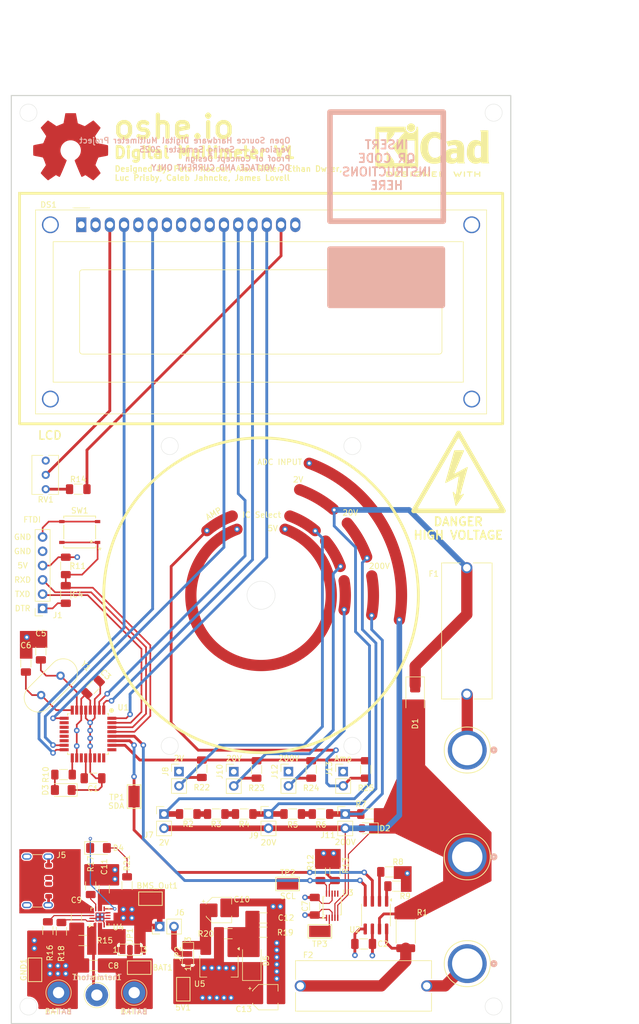
<source format=kicad_pcb>
(kicad_pcb (version 20240108) (generator "pcbnew") (generator_version "8.0")
  (title_block (title "OSHE DMM") (date "2025-02-10") (rev "V1") (company "Open Source Hardware Enterprise"))
  (layers (0 "F.Cu" signal) (1 "In1.Cu" signal) (2 "In2.Cu" signal) (31 "B.Cu" signal) (34 "B.Paste" user) (35 "F.Paste" user) (36 "B.SilkS" user "B.Silkscreen") (37 "F.SilkS" user "F.Silkscreen") (38 "B.Mask" user) (39 "F.Mask" user) (44 "Edge.Cuts" user))
  (net 0 "")
  (net 1 "Net-(JP1-C)")
  (net 2 "GND")
  (net 3 "Net-(U1-AREF)")
  (net 4 "+5V")
  (net 5 "Net-(U1-XTAL1{slash}PB6)")
  (net 6 "Net-(U1-XTAL2{slash}PB7)")
  (net 7 "DTR")
  (net 8 "Net-(U1-~{RESET}{slash}PC6)")
  (net 9 "USB_Power_IN")
  (net 10 "9V_BAT_IN")
  (net 11 "Net-(JP2-B)")
  (net 12 "Net-(D4-A)")
  (net 13 "Net-(D5-A)")
  (net 14 "Net-(D3-A)")
  (net 15 "RXD")
  (net 16 "TXD")
  (net 17 "2V_Rang")
  (net 18 "Net-(D4-K)")
  (net 19 "BMS_BAT_IN")
  (net 21 "SCK{slash}D13")
  (net 22 "/R-ILIM")
  (net 23 "/R-ISET")
  (net 24 "TS")
  (net 25 "D9")
  (net 26 "A2")
  (net 27 "A7")
  (net 28 "A1")
  (net 29 "A0")
  (net 30 "SDA")
  (net 31 "D5")
  (net 32 "MISO{slash}D12")
  (net 33 "D2")
  (net 34 "D4")
  (net 35 "SCL")
  (net 36 "D8")
  (net 37 "D10")
  (net 38 "D7")
  (net 39 "A6")
  (net 40 "MOSI{slash}D11")
  (net 41 "A3")
  (net 42 "D6")
  (net 43 "D3")
  (net 44 "Net-(U2-A0)")
  (net 45 "Net-(U2-A1)")
  (net 46 "Net-(U4-TMR)")
  (net 47 "Net-(U3-ALERT{slash}RDY)")
  (net 52 "Net-(DS1-VO)")
  (net 54 "Net-(DS1-LED(+))")
  (net 55 "Net-(U2-IN+)")
  (net 56 "Net-(J6-Pin_2)")
  (net 57 "20V_Rang")
  (net 58 "Input_Negative")
  (net 59 "Current_Input")
  (net 60 "Voltage_Input")
  (net 61 "200V_Rang")
  (net 62 "V_ADC_Input")
  (net 66 "Net-(J8-Pin_2)")
  (net 67 "Net-(J10-Pin_2)")
  (net 68 "Net-(J12-Pin_2)")
  (net 69 "Net-(J13-Pin_2)")
  (net 70 "Net-(R2-Pad2)")
  (net 71 "Net-(R3-Pad2)")
  (net 72 "Net-(R5-Pad2)")
  (footprint "TestPoint:TestPoint_Keystone_5019_Minature" (layer "F.Cu") (at 142.7984 218.3212 180)
    (property "Reference" "BAT1")
    (property "Value" "TestPoint")
  )
  (footprint "Resistor_SMD:R_1206_3216Metric_Pad1.30x1.75mm_HandSolder" (layer "F.Cu") (at 129.72995 146.8593 90)
    (property "Reference" "R11")
    (property "Value" "10k")
  )
  (footprint "Potentiometer_THT:Potentiometer_Bourns_3266Y_Vertical" (layer "F.Cu") (at 126.1614 133.2058 -90)
    (property "Reference" "RV1")
    (property "Value" "10k - Pot")
  )
  (footprint "Display:WC1602A" (layer "F.Cu") (at 132.49 86.1745)
    (property "Reference" "DS1")
    (property "Value" "WC1602A")
  )
  (footprint "Capacitor_SMD:C_1206_3216Metric_Pad1.33x1.80mm_HandSolder" (layer "F.Cu") (at 134.6704 217.9402 180)
    (property "Reference" "C8")
    (property "Value" "10uF")
  )
  (footprint "Symbol:OSHW-Symbol_13.4x12mm_Copper" (layer "F.Cu") (at 130.581 72.322)
    (property "Reference" "REF**" (hide yes))
    (property "Value" "OSHW-Symbol_13.4x12mm_Copper" (hide yes))
  )
  (footprint "Diode_SMD:D_0805_2012Metric_Pad1.15x1.40mm_HandSolder" (layer "F.Cu") (at 183.4818 193.5308 180)
    (property "Reference" "D2")
    (property "Value" "VS4V8BU1ART7R")
  )
  (footprint "Capacitor_SMD:C_1206_3216Metric_Pad1.33x1.80mm_HandSolder" (layer "F.Cu") (at 174.0404 207.3992 90)
    (property "Reference" "C7")
    (property "Value" "0.1uF")
  )
  (footprint "Resistor_SMD:R_1206_3216Metric_Pad1.30x1.75mm_HandSolder" (layer "F.Cu") (at 183.794 190.9908)
    (property "Reference" "R7")
    (property "Value" "10k")
  )
  (footprint "Capacitor_SMD:C_1206_3216Metric_Pad1.33x1.80mm_HandSolder" (layer "F.Cu") (at 134.575 184.6346 180)
    (property "Reference" "C1")
    (property "Value" "0.1uF")
  )
  (footprint "Resistor_SMD:R_1206_3216Metric_Pad1.30x1.75mm_HandSolder" (layer "F.Cu") (at 187.35 201.289 180)
    (property "Reference" "R8")
    (property "Value" "1k")
  )
  (footprint "DMM_Footprint_Library:FUSE_4628" (layer "F.Cu") (at 182.7272 221.5724 180)
    (property "Reference" "F2")
    (property "Value" "5A")
  )
  (footprint "Package_SO:TSSOP-10_3x3mm_P0.5mm" (layer "F.Cu") (at 177.1392 207.306986 90)
    (property "Reference" "U3")
    (property "Value" "ADS1115IDGS")
  )
  (footprint "Package_QFP:TQFP-32_7x7mm_P0.8mm" (layer "F.Cu") (at 133.686 176.7606 -90)
    (property "Reference" "U1")
    (property "Value" "ATmega328P-A")
  )
  (footprint "TestPoint:TestPoint_THTPad_D4.0mm_Drill2.0mm" (layer "F.Cu") (at 128.4474 222.7662 180)
    (property "Reference" "BAT-1")
    (property "Value" "Pad")
  )
  (footprint "Symbol:OSHW-Symbol_13.4x12mm_Copper" (layer "F.Cu") (at 130.581 72.322)
    (property "Reference" "REF**" (hide yes))
    (property "Value" "OSHW-Symbol_13.4x12mm_Copper" (hide yes))
  )
  (footprint "Capacitor_SMD:C_1206_3216Metric_Pad1.33x1.80mm_HandSolder" (layer "F.Cu") (at 182.7526 214.1048 180)
    (property "Reference" "C2")
    (property "Value" "0.1uF")
  )
  (footprint "Resistor_SMD:R_1206_3216Metric_Pad1.30x1.75mm_HandSolder" (layer "F.Cu") (at 161.4928 190.9908)
    (property "Reference" "R4")
    (property "Value" "100k")
  )
  (footprint "Capacitor_SMD:C_1206_3216Metric_Pad1.33x1.80mm_HandSolder" (layer "F.Cu") (at 131.6224 209.4312 -90)
    (property "Reference" "C9")
    (property "Value" "10uF")
  )
  (footprint "Capacitor_SMD:C_1206_3216Metric_Pad1.33x1.80mm_HandSolder" (layer "F.Cu") (at 164.871 209.482)
    (property "Reference" "C12")
    (property "Value" "10uF")
  )
  (footprint "Resistor_SMD:R_1206_3216Metric_Pad1.30x1.75mm_HandSolder" (layer "F.Cu") (at 164.871 212.022)
    (property "Reference" "R19")
    (property "Value" "1.2k")
  )
  (footprint "Connector_USB:USB_C_Receptacle_GCT_USB4125-xx-x-0190_6P_TopMnt_Horizontal" (layer "F.Cu") (at 123.596 202.878 -90)
    (property "Reference" "J5")
    (property "Value" "USB_C_Receptacle_PowerOnly_6P")
  )
  (footprint "TestPoint:TestPoint_THTPad_D4.0mm_Drill2.0mm" (layer "F.Cu") (at 141.9094 222.7662 180)
    (property "Reference" "BAT+1")
    (property "Value" "Pad")
  )
  (footprint "Connector_PinSocket_2.54mm:PinSocket_1x06_P2.54mm_Vertical" (layer "F.Cu") (at 125.60895 154.4148 180)
    (property "Reference" "J1")
    (property "Value" "FTDI Basic")
  )
  (footprint "Diode_SMD:D_SMA" (layer "F.Cu") (at 191.922 170.112 -90)
    (property "Reference" "D1")
    (property "Value" "SMAJ200CA")
  )
  (footprint "Symbol:KiCad-Logo2_8mm_SilkScreen" (layer "F.Cu") (at 194.97 72.068)
    (property "Reference" "REF**" (hide yes))
    (property "Value" "KiCad-Logo2_8mm_SilkScreen" (hide yes))
  )
  (footprint "Capacitor_SMD:C_1206_3216Metric_Pad1.33x1.80mm_HandSolder" (layer "F.Cu") (at 122.6308 164.1684 -90)
    (property "Reference" "C6")
    (property "Value" "22pF")
  )
  (footprint "Connector_PinHeader_2.54mm:PinHeader_1x02_P2.54mm_Vertical" (layer "F.Cu") (at 146.451 211.006 90)
    (property "Reference" "J6")
    (property "Value" "ON/OFF")
  )
  (footprint "TestPoint:TestPoint_Keystone_5019_Minature" (layer "F.Cu") (at 141.884 187.892 90)
    (property "Reference" "TP1")
    (property "Value" "SDA")
  )
  (footprint "Connector_PinHeader_2.54mm:PinHeader_1x02_P2.54mm_Vertical" (layer "F.Cu") (at 159.634 183.4674)
    (property "Reference" "J10")
    (property "Value" "Voltage Range 2")
  )
  (footprint "Package_SO:SOIC-8_3.9x4.9mm_P1.27mm" (layer "F.Cu") (at 184.937 208.974 -90)
    (property "Reference" "U2")
    (property "Value" "INA219BxD")
  )
  (footprint "Resistor_SMD:R_1206_3216Metric_Pad1.30x1.75mm_HandSolder" (layer "F.Cu") (at 153.949 182.939 -90)
    (property "Reference" "R22")
    (property "Value" "390")
  )
  (footprint "Connector_PinHeader_2.54mm:PinHeader_1x02_P2.54mm_Vertical" (layer "F.Cu") (at 179.1056 183.447)
    (property "Reference" "J13")
    (property "Value" "Current Indication")
  )
  (footprint "DMM_Footprint_Library:FUSE_4628" (layer "F.Cu") (at 201.1168 158.428 90)
    (property "Reference" "F1")
    (property "Value" "500mA")
  )
  (footprint "Resistor_SMD:R_1206_3216Metric_Pad1.30x1.75mm_HandSolder" (layer "F.Cu") (at 126.5424 211.7172 -90)
    (property "Reference" "R16")
    (property "Value" "0")
  )
  (footprint "Capacitor_SMD:C_1206_3216Metric_Pad1.33x1.80mm_HandSolder" (layer "F.Cu") (at 134.5942 168.461 45)
    (property "Reference" "C3")
    (property "Value" "0.1uF")
  )
  (footprint "Resistor_SMD:R_1206_3216Metric_Pad1.30x1.75mm_HandSolder" (layer "F.Cu") (at 163.6878 183.066 -90)
    (property "Reference" "R23")
    (property "Value" "1k")
  )
  (footprint "TestPoint:TestPoint_Keystone_5019_Minature" (layer "F.Cu") (at 174.9548 211.8696 180)
    (property "Reference" "TP3")
    (property "Value" "ALERT")
  )
  (footprint "DMM_Footprint_Library:CONN_575-8_KEY" (layer "F.Cu") (at 201.193 198.61)
    (property "Reference" "J3")
    (property "Value" "GND")
  )
  (footprint "Resistor_SMD:R_1206_3216Metric_Pad1.30x1.75mm_HandSolder" (layer "F.Cu") (at 183.1188 183.066 -90)
    (property "Reference" "R25")
    (property "Value" "3.3k")
  )
  (footprint "TestPoint:TestPoint_Keystone_5019_Minature" (layer "F.Cu") (at 169.2144 203.4368 180)
    (property "Reference" "TP2")
    (property "Value" "SDA")
  )
  (footprint "Capacitor_SMD:CP_Elec_4x4.5" (layer "F.Cu") (at 165.252 223.579)
    (property "Reference" "C13")
    (property "Value" "1uF")
  )
  (footprint "Resistor_SMD:R_1206_3216Metric_Pad1.30x1.75mm_HandSolder" (layer "F.Cu") (at 188.62 203.829 180)
    (property "Reference" "R9")
    (property "Value" "1k")
  )
  (footprint "Resistor_SMD:R_1206_3216Metric_Pad1.30x1.75mm_HandSolder" (layer "F.Cu") (at 156.5144 190.9908)
    (property "Reference" "R3")
    (property "Value" "330k")
  )
  (footprint "Resistor_SMD:R_1206_3216Metric_Pad1.30x1.75mm_HandSolder" (layer "F.Cu") (at 132.7654 213.4952 180)
    (property "Reference" "R15")
    (property "Value" "10k")
  )
  (footprint "Resistor_SMD:R_1206_3216Metric_Pad1.30x1.75mm_HandSolder" (layer "F.Cu") (at 131.9526 133.2058)
    (property "Reference" "R14")
    (property "Value" "390")
  )
  (footprint "Crystal:Crystal_HC49-U_Vertical" (layer "F.Cu") (at 125.343389 169.837812 45)
    (property "Reference" "Y1")
    (property "Value" "16MHz")
  )
  (footprint "LED_SMD:LED_1206_3216Metric_Pad1.42x1.75mm_HandSolder" (layer "F.Cu") (at 135.5594 197.036)
    (property "Reference" "D4")
    (property "Value" "CHG")
  )
  (footprint "Resistor_SMD:R_1206_3216Metric_Pad1.30x1.75mm_HandSolder" (layer "F.Cu") (at 175.158 190.9908)
    (property "Reference" "R6")
    (property "Value" "43k")
  )
  (footprint "Resistor_SMD:R_1206_3216Metric_Pad1.30x1.75mm_HandSolder" (layer "F.Cu") (at 177.6472 201.2778 -90)
    (property "Reference" "R13")
    (property "Value" "10k")
  )
  (footprint "Resistor_SMD:R_1206_3216Metric_Pad1.30x1.75mm_HandSolder" (layer "F.Cu") (at 140.6394 203.7162 90)
    (property "Reference" "R21")
    (property "Value" "1.5k")
  )
  (footprint "Connector_PinHeader_2.54mm:PinHeader_1x02_P2.54mm_Vertical" (layer "F.Cu") (at 147.218 190.9908)
    (property "Reference" "J7")
    (property "Value" "Voltage Range 1")
  )
  (footprint "Connector_PinHeader_2.54mm:PinHeader_1x02_P2.54mm_Vertical" (layer "F.Cu") (at 179.476 190.9908)
    (property "Reference" "J11")
    (property "Value" "Voltage Range 3")
  )
  (footprint "Jumper:SolderJumper-3_P1.3mm_Open_Pad1.0x1.5mm_NumberLabels" (layer "F.Cu") (at 151.4852 215.8828 90)
    (property "Reference" "JP2")
    (property "Value" "SolderJumper")
  )
  (footprint "Capacitor_SMD:C_1206_3216Metric_Pad1.33x1.80mm_HandSolder" (layer "F.Cu") (at 129.72995 151.9393 -90)
    (property "Reference" "C4")
    (property "Value" "0.1uF")
  )
  (footprint "Package_TO_SOT_SMD:SOT-223-3_TabPin2" (layer "F.Cu") (at 156.997 218.0926 -90)
    (property "Reference" "U5")
    (property "Value" "LM317_SOT-223")
  )
  (footprint "Resistor_SMD:R_1206_3216Metric_Pad1.30x1.75mm_HandSolder" (layer "F.Cu") (at 173.416 183.066 -90)
    (property "Reference" "R24")
    (property "Value" "1.78k")
  )
  (footprint "Resistor_SMD:R_2512_6332Metric_Pad1.40x3.35mm_HandSolder" (layer "F.Cu") (at 190.2456 211.8188 90)
    (property "Reference" "R1")
    (property "Value" "0.05")
  )
  (footprint "TestPoint:TestPoint_Keystone_5019_Minature" (layer "F.Cu") (at 144.805 206.053 180)
    (property "Reference" "BMS_Out1")
    (property "Value" "TestPoint")
  )
  (footprint "Connector_PinHeader_2.54mm:PinHeader_1x02_P2.54mm_Vertical" (layer "F.Cu") (at 169.365 183.447)
    (property "Reference" "J12")
    (property "Value" "Voltage Range 3")
  )
  (footprint "DMM_Footprint_Library:CONN_575-8_KEY" (layer "F.Cu") (at 201.193 179.61)
    (property "Reference" "J2")
    (property "Value" "Voltage")
  )
  (footprint "Resistor_SMD:R_1206_3216Metric_Pad1.30x1.75mm_HandSolder" (layer "F.Cu") (at 151.536 190.9908)
    (property "Reference" "R2")
    (property "Value" "470k")
  )
  (footprint "TestPoint:TestPoint_Keystone_5019_Minature" (layer "F.Cu") (at 124.2564 218.7022 -90)
    (property "Reference" "GND1")
    (property "Value" "TestPoint")
  )
  (footprint "Capacitor_SMD:C_1206_3216Metric_Pad1.33x1.80mm_HandSolder" (layer "F.Cu") (at 136.5754 204.3512 90)
    (property "Reference" "C11")
    (property "Value" "10uF")
  )
  (footprint "DMM_Footprint_Library:CONN_575-8_KEY" (layer "F.Cu") (at 201.193 217.61)
    (property "Reference" "J4")
    (property "Value" "Current")
  )
  (footprint "Capacitor_SMD:CP_Elec_4x4.5" (layer "F.Cu") (at 156.997 208.085)
    (property "Reference" "C10")
    (property "Value" "1uF")
  )
  (footprint "Resistor_SMD:R_1206_3216Metric_Pad1.30x1.75mm_HandSolder" (layer "F.Cu") (at 170.1288 190.9908)
    (property "Reference" "R5")
    (property "Value" "47k")
  )
  (footprint "TestPoint:TestPoint_Keystone_5019_Minature" (layer "F.Cu") (at 150.647 222.1566 90)
    (property "Reference" "5V1")
    (property "Value" "TestPoint")
  )
  (footprint "Connector_PinHeader_2.54mm:PinHeader_1x02_P2.54mm_Vertical" (layer "F.Cu") (at 165.8108 190.9858)
    (property "Reference" "J9")
    (property "Value" "Voltage Range 2")
  )
  (footprint "Diode_SMD:D_SMA" (layer "F.Cu") (at 162.839 217.102 90)
    (property "Reference" "D5")
    (property "Value" "S1B")
  )
  (footprint "LED_SMD:LED_1206_3216Metric_Pad1.42x1.75mm_HandSolder" (layer "F.Cu") (at 129.2856 186.7236 180)
    (property "Reference" "D3")
    (property "Value" "Green")
  )
  (footprint "Jumper:SolderJumper-3_P1.3mm_Open_Pad1.0x1.5mm_NumberLabels" (layer "F.Cu") (at 141.1474 215.1462)
    (property "Reference" "JP1")
    (property "Value" "SolderJumper")
  )
  (footprint "Resistor_SMD:R_1206_3216Metric_Pad1.30x1.75mm_HandSolder" (layer "F.Cu") (at 129.3364 183.9804)
    (property "Reference" "R10")
    (property "Value" "390")
  )
  (footprint "Capacitor_SMD:C_1206_3216Metric_Pad1.33x1.80mm_HandSolder" (layer "F.Cu") (at 125.2978 162.0094 90)
    (property "Reference" "C5")
    (property "Value" "22pF")
  )
  (footprint "Resistor_SMD:R_1206_3216Metric_Pad1.30x1.75mm_HandSolder" (layer "F.Cu") (at 128.9554 211.8442 -90)
    (property "Reference" "R18")
    (property "Value" "1.78k")
  )
  (footprint "Symbol:Symbol_HighVoltage_Triangle_17x15mm_Copper" (layer "F.Cu") (at 199.6436 130.1324)
    (property "Reference" "REF**" (hide yes))
    (property "Value" "Symbol_HighVoltage_Triangle_17x15mm_Copper" (hide yes))
  )
  (footprint "Resistor_SMD:R_1206_3216Metric_Pad1.30x1.75mm_HandSolder" (layer "F.Cu") (at 175.0564 201.2778 -90)
    (property "Reference" "R12")
    (property "Value" "10k")
  )
  (footprint "Resistor_SMD:R_1206_3216Metric_Pad1.30x1.75mm_HandSolder" (layer "F.Cu") (at 134.1624 203.767 90)
    (property "Reference" "R17")
    (property "Value" "1.5k")
  )
  (footprint "Resistor_SMD:R_1206_3216Metric_Pad1.30x1.75mm_HandSolder" (layer "F.Cu") (at 158.648 212.276)
    (property "Reference" "R20")
    (property "Value" "390")
  )
  (footprint "Connector_PinHeader_2.54mm:PinHeader_1x02_P2.54mm_Vertical" (layer "F.Cu") (at 149.885 183.442)
    (property "Reference" "J8")
    (property "Value" "Voltage Range 1")
  )
  (footprint "TestPoint:TestPoint_THTPad_D4.0mm_Drill2.0mm" (layer "F.Cu") (at 135.2594 223.198)
    (property "Reference" "Thermistor1")
    (property "Value" "Pad")
  )
  (footprint "Package_DFN_QFN:VQFN-16-1EP_3x3mm_P0.5mm_EP1.6x1.6mm" (layer "F.Cu") (at 135.8154 209.3062 90)
    (property "Reference" "U4")
    (property "Value" "BQ24075RGT")
  )
  (footprint "DMM_Footprint_Library:SMT_FS" (layer "F.Cu") (at 132.21295 140.8258 180)
    (property "Reference" "SW1")
    (property "Value" "PTS526 SK15 SMTR2 LFS")
  )
  (gr_arc (start 175.981284 142.436923) (mid 177.481941 144.580705) (end 178.587194 146.952663) (stroke (width 2)) (layer "F.Cu") (net 67))
  (gr_arc (start 169.612907 137.979922) (mid 171.982952 139.083553) (end 174.125374 140.581933) (stroke (width 2)) (layer "F.Cu") (net 66))
  (gr_arc (start 154.847449 140.587953) (mid 156.991124 139.086971) (end 159.363042 137.981395) (stroke (width 2)) (layer "F.Cu") (net 69))
  (gr_arc (start 171.355591 133.293334) (mid 174.515111 134.772014) (end 177.36964 136.777187) (stroke (width 2)) (layer "F.Cu") (net 17))
  (gr_arc (start 184.19146 148.63527) (mid 184.489977 152.107139) (end 184.181345 155.578124) (stroke (width 2)) (layer "F.Cu") (net 61))
  (gr_arc (start 179.834186 139.250063) (mid 181.825381 142.103805) (end 183.291804 145.259484) (stroke (width 2)) (layer "F.Cu") (net 57))
  (gr_arc (start 168.757757 140.329115) (mid 164.495996 164.577999) (end 160.21097 140.333216) (stroke (width 2)) (layer "F.Cu") (net 4))
  (gr_arc (start 179.264323 149.48584) (mid 179.489994 152.088001) (end 179.260853 154.689859) (stroke (width 2)) (layer "F.Cu") (net 68))
  (gr_arc (start 173.063852 128.594197) (mid 186.151091 139.59613) (end 189.107234 156.435951) (stroke (width 2)) (layer "F.Cu") (net 62))
  (gr_rect (start 176.7582 90.5084) (end 196.7582 100.5084) (stroke (width 1)) (fill solid) (layer "B.SilkS"))
  (gr_rect (start 176.7582 66.1244) (end 196.9258 85.53) (stroke (width 1)) (fill none) (layer "B.SilkS"))
  (gr_rect (start 121.5005 80.577) (end 207.5005 121.577) (stroke (width 0.5)) (fill none) (layer "F.SilkS"))
  (gr_circle (center 164.49 152.078) (end 192.49 152.078) (stroke (width 0.5)) (fill none) (layer "F.SilkS"))
  (gr_circle (center 205.892 66.226) (end 207.416 66.226) (stroke (width 0.05)) (fill none) (layer "Edge.Cuts"))
  (gr_circle (center 123.088 225.23) (end 124.612 225.23) (stroke (width 0.05)) (fill none) (layer "Edge.Cuts"))
  (gr_circle (center 148.234 125.535) (end 149.758 125.535) (stroke (width 0.05)) (fill none) (layer "Edge.Cuts"))
  (gr_rect (start 120.04 63.178) (end 208.94 228.278) (stroke (width 0.2)) (fill none) (layer "Edge.Cuts"))
  (gr_circle (center 180.746 125.535) (end 182.27 125.535) (stroke (width 0.05)) (fill none) (layer "Edge.Cuts"))
  (gr_circle (center 205.892 225.23) (end 207.416 225.23) (stroke (width 0.05)) (fill none) (layer "Edge.Cuts"))
  (gr_circle (center 123.088 66.226) (end 124.612 66.226) (stroke (width 0.05)) (fill none) (layer "Edge.Cuts"))
  (gr_circle (center 180.746 178.875) (end 182.27 178.875) (stroke (width 0.05)) (fill none) (layer "Edge.Cuts"))
  (gr_circle (center 164.49 152.078) (end 166.99 152.078) (stroke (width 0.05)) (fill none) (layer "Edge.Cuts"))
  (gr_circle (center 148.234 178.875) (end 149.758 178.875) (stroke (width 0.05)) (fill none) (layer "Edge.Cuts"))
  (gr_text "Open Source Hardware Digital Multimeter Project\nVersion 1 - Spring Semester 2025\nProof of Concept Design\nDC VOLTAGE AND CURRENT ONLY" (at 169.824 73.592 0) (layer "B.SilkS") (effects (font (size 1 1) (thickness 0.2) (bold yes)) (justify left mirror)))
  (gr_text "BAT-1" (at 128.422 226.119 0) (layer "B.SilkS") (effects (font (size 1 1)) (justify mirror)))
  (gr_text "Thermistor1" (at 135.28 220.023 0) (layer "B.SilkS") (effects (font (size 1 1)) (justify mirror)))
  (gr_text "INSERT\nQR CODE\nINSTRUCTIONS\nHERE" (at 186.842 71.052 0) (layer "B.SilkS") (effects (font (size 1.5 1.5) (thickness 0.3) (bold yes)) (justify top mirror)))
  (gr_text "BAT+1" (at 141.884 226.119 0) (layer "B.SilkS") (effects (font (size 1 1)) (justify mirror)))
  (gr_text "AMP" (at 154.965 138.87 30) (layer "F.SilkS") (effects (font (size 1 1)) (justify left bottom)))
  (gr_text "20V" (at 159.664 181.669 0) (layer "F.SilkS") (effects (font (size 1 1)) (justify bottom)))
  (gr_text "IC Select" (at 161.07 138.358 0) (layer "F.SilkS") (effects (font (size 1 1)) (justify left bottom)))
  (gr_text "200V" (at 179.476 196.5788 0) (layer "F.SilkS") (effects (font (size 1 1)) (justify bottom)))
  (gr_text "20V" (at 165.8108 196.655 0) (layer "F.SilkS") (effects (font (size 1 1)) (justify bottom)))
  (gr_text "TXD" (at 122.05295 151.8748 0) (layer "F.SilkS") (effects (font (size 1 1))))
  (gr_text "2V" (at 149.885 181.669 0) (layer "F.SilkS") (effects (font (size 1 1)) (justify bottom)))
  (gr_text "5V" (at 122.05295 146.7948 0) (layer "F.SilkS") (effects (font (size 1 1))))
  (gr_text "200V" (at 183.59 147.478 0) (layer "F.SilkS") (effects (font (size 1 1)) (justify left bottom)))
  (gr_text "LCD" (at 126.898 123.63 0) (layer "F.SilkS") (effects (font (size 1.5 1.5) (thickness 0.25) (bold yes))))
  (gr_text "RXD" (at 122.05295 149.3348 0) (layer "F.SilkS") (effects (font (size 1 1))))
  (gr_text "DTR" (at 122.05295 154.4148 0) (layer "F.SilkS") (effects (font (size 1 1))))
  (gr_text "oshe.io" (at 137.82 68.766 0) (layer "F.SilkS") (effects (font (size 4 4) (thickness 0.75) (bold yes)) (justify left)))
  (gr_text "Digital Multimeter V1" (at 138.074 73.338 0) (layer "F.SilkS") (effects (font (size 2 2) (thickness 0.5) (bold yes)) (justify left)))
  (gr_text "Amp" (at 179.095 181.669 0) (layer "F.SilkS") (effects (font (size 1 1)) (justify bottom)))
  (gr_text "GND" (at 122.05295 144.2548 0) (layer "F.SilkS") (effects (font (size 1 1))))
  (gr_text "5V" (at 165.56 140.768 0) (layer "F.SilkS") (effects (font (size 1 1)) (justify left bottom)))
  (gr_text "200V" (at 169.443 181.669 0) (layer "F.SilkS") (effects (font (size 1 1)) (justify bottom)))
  (gr_text "Designed By: Peter Kocour, Alex Ritter, Ethan Dwyer, \nLuc Prisby, Caleb Jahncke, James Lovell" (at 138.328 77.021 0) (layer "F.SilkS") (effects (font (size 1 1) (thickness 0.2) (bold yes)) (justify left)))
  (gr_text "GND" (at 122.05295 141.7148 0) (layer "F.SilkS") (effects (font (size 1 1))))
  (gr_text "SDA" (at 138.709 189.543 0) (layer "F.SilkS") (effects (font (size 1 1))))
  (gr_text "2V" (at 147.218 196.655 0) (layer "F.SilkS") (effects (font (size 1 1)) (justify bottom)))
  (gr_text "DANGER\nHIGH VOLTAGE" (at 199.5928 140.1908 0) (layer "F.SilkS") (effects (font (size 1.5 1.5) (thickness 0.3) (bold yes))))
  (gr_text "ADC INPUT" (at 171.8814 128.964 0) (layer "F.SilkS") (effects (font (size 1 1)) (justify right bottom)))
  (gr_text "2V" (at 170.09 132.078 0) (layer "F.SilkS") (effects (font (size 1 1)) (justify left bottom)))
  (gr_text "20V" (at 178.89 137.978 0) (layer "F.SilkS") (effects (font (size 1 1)) (justify left bottom)))
  (gr_text "SCL" (at 169.2652 205.5958 0) (layer "F.SilkS") (effects (font (size 1 1))))
  (gr_text "FTDI" (at 123.74045 138.6303 0) (layer "F.SilkS") (effects (font (size 1 1))))
  (segment (start 136.1375 186.1201) (end 136.1375 184.6346) (width 0.3) (layer "F.Cu") (net 2))
  (segment (start 137.2029 208.6062) (end 136.5154 208.6062) (width 0.2) (layer "F.Cu") (net 2))
  (segment (start 176.1392 209.456986) (end 174.637286 209.456986) (width 0.2) (layer "F.Cu") (net 2))
  (segment (start 134.086 181.0106) (end 134.086 178.9386) (width 0.3) (layer "F.Cu") (net 2))
  (segment (start 135.5654 209.5562) (end 135.8154 209.3062) (width 0.2) (layer "F.Cu") (net 2))
  (segment (start 126.676 198.638) (end 126.596 198.558) (width 0.5) (layer "F.Cu") (net 2))
  (segment (start 134.886 172.5106) (end 134.886 173.9096) (width 0.3) (layer "F.Cu") (net 2))
  (segment (start 174.0404 208.9617) (end 172.3255 208.9617) (width 0.5) (layer "F.Cu") (net 2))
  (segment (start 137.2529 209.5562) (end 136.0654 209.5562) (width 0.2) (layer "F.Cu") (net 2))
  (segment (start 133.286 172.5106) (end 133.286 173.9476) (width 0.3) (layer "F.Cu") (net 2))
  (segment (start 136.4655 209.9563) (end 136.1984 209.6892) (width 0.2) (layer "F.Cu") (net 2))
  (segment (start 173.4939 208.5168) (end 174.0404 209.0633) (width 0.2) (layer "F.Cu") (net 2))
  (segment (start 184.3151 214.1048) (end 184.3151 216.1603) (width 0.5) (layer "F.Cu") (net 2))
  (segment (start 184.3151 215.7173) (end 184.302 215.7304) (width 0.5) (layer "F.Cu") (net 2))
  (segment (start 135.699054 167.356146) (end 135.699054 167.356054) (width 0.2) (layer "F.Cu") (net 2))
  (segment (start 174.637286 209.456986) (end 174.0404 208.8601) (width 0.2) (layer "F.Cu") (net 2))
  (segment (start 174.3067 208.9617) (end 174.0404 208.9617) (width 0.2) (layer "F.Cu") (net 2))
  (segment (start 135.8642 169.5786) (end 135.8642 167.699092) (width 0.3) (layer "F.Cu") (net 2))
  (segment (start 184.302 211.449) (end 184.302 214.0917) (width 0.5) (layer "F.Cu") (net 2))
  (segment (start 126.70115 138.9716) (end 125.60895 140.0638) (width 0.3) (layer "F.Cu") (net 2))
  (segment (start 136.0654 209.5562) (end 135.8154 209.3062) (width 0.2) (layer "F.Cu") (net 2))
  (segment (start 176.6312 207.958) (end 175.3104 207.958) (width 0.2) (layer "F.Cu") (net 2))
  (segment (start 134.3779 209.5562) (end 135.5654 209.5562) (width 0.2) (layer "F.Cu") (net 2))
  (segment (start 136.5654 210.7437) (end 136.5654 210.306201) (width 0.2) (layer "F.Cu") (net 2))
  (segment (start 135.534 186.7236) (end 136.1375 186.1201) (width 0.3) (layer "F.Cu") (net 2))
  (segment (start 136.1984 209.6892) (end 136.1984 209.6852) (width 0.2) (layer "F.Cu") (net 2))
  (segment (start 134.086 183.6376) (end 134.086 181.0106) (width 0.3) (layer "F.Cu") (net 2))
  (segment (start 135.8642 167.699092) (end 135.546654 167.381546) (width 0.3) (layer "F.Cu") (net 2))
  (segment (start 133.286 173.9476) (end 134.067 174.7286) (width 0.3) (layer "F.Cu") (net 2))
  (segment (start 135.3943 138.9716) (end 129.0316 138.9716) (width 0.3) (layer "F.Cu") (net 2))
  (segment (start 126.676 207.118) (end 126.596 207.198) (width 0.5) (layer "F.Cu") (net 2))
  (segment (start 134.067 174.7286) (end 134.067 178.9196) (width 0.3) (layer "F.Cu") (net 2))
  (segment (start 125.98995 143.8738) (end 125.60895 144.2548) (width 0.3) (layer "F.Cu") (net 2))
  (segment (start 134.067 178.9196) (end 134.086 178.9386) (width 0.3) (layer "F.Cu") (net 2))
  (segment (start 177.1392 209.456986) (end 177.1392 208.466) (width 0.2) (layer "F.Cu") (net 2))
  (segment (start 130.7731 186.7236) (end 135.534 186.7236) (width 0.3) (layer "F.Cu") (net 2))
  (segment (start 135.4364 209.6852) (end 135.5654 209.5562) (width 0.2) (layer "F.Cu") (net 2))
  (segment (start 136.4655 210.206301) (end 136.4655 209.9563) (width 0.2) (layer "F.Cu") (net 2))
  (segment (start 135.083 184.6346) (end 134.086 183.6376) (width 0.3) (layer "F.Cu") (net 2))
  (segment (start 134.886 172.5106) (end 134.886 170.5568) (width 0.3) (layer "F.Cu") (net 2))
  (segment (start 129.0316 138.9716) (end 126.70115 138.9716) (width 0.3) (layer "F.Cu") (net 2))
  (segment (start 174.3067 208.8601) (end 174.0404 208.8601) (width 0.2) (layer "F.Cu") (net 2))
  (segment (start 136.1944 209.6852) (end 135.8154 209.3062) (width 0.2) (layer "F.Cu") (net 2))
  (segment (start 134.886 170.5568) (end 135.8642 169.5786) (width 0.3) (layer "F.Cu") (net 2))
  (segment (start 134.886 173.9096) (end 134.067 174.7286) (width 0.3) (layer "F.Cu") (net 2))
  (segment (start 184.302 213.6749) (end 184.3151 213.6618) (width 0.5) (layer "F.Cu") (net 2))
  (segment (start 126.676 200.128) (end 126.676 198.638) (width 0.5) (layer "F.Cu") (net 2))
  (segment (start 126.676 205.628) (end 126.676 207.118) (width 0.5) (layer "F.Cu") (net 2))
  (segment (start 136.5185 184.6346) (end 135.083 184.6346) (width 0.3) (layer "F.Cu") (net 2))
  (segment (start 136.1984 209.6852) (end 136.1944 209.6852) (width 0.2) (layer "F.Cu") (net 2))
  (segment (start 172.3255 208.8601) (end 172.3132 208.8724) (width 0.2) (layer "F.Cu") (net 2))
  (segment (start 136.1984 208.9232) (end 135.8154 209.3062) (width 0.2) (layer "F.Cu") (net 2))
  (segment (start 175.3104 207.958) (end 174.3067 208.9617) (width 0.2) (layer "F.Cu") (net 2))
  (segment (start 136.5654 210.306201) (end 136.4655 210.206301) (width 0.2) (layer "F.Cu") (net 2))
  (segment (start 177.1392 208.466) (end 176.6312 207.958) (width 0.2) (layer "F.Cu") (net 2))
  (segment (start 125.60895 140.0638) (end 125.60895 141.7148) (width 0.3) (layer "F.Cu") (net 2))
  (segment (start 137.2529 208.5562) (end 137.2029 208.6062) (width 0.2) (layer "F.Cu") (net 2))
  (segment (start 136.5154 208.6062) (end 136.1984 208.9232) (width 0.2) (layer "F.Cu") (net 2))
  (via (at 126.9234 217.991) (size 1) (drill 0.5) (layers "F.Cu" "B.Cu") (net 2))
  (via (at 128.3204 217.991) (size 1) (drill 0.5) (layers "F.Cu" "B.Cu") (net 2))
  (via (at 166.649 207.45) (size 1) (drill 0.5) (layers "F.Cu" "B.Cu") (net 2))
  (via (at 136.1984 209.6852) (size 0.6) (drill 0.3) (layers "F.Cu" "B.Cu") (net 2))
  (via (at 134.067 178.9196) (size 1) (drill 0.5) (layers "F.Cu" "B.Cu") (net 2))
  (via (at 167.284 216.467) (size 1) (drill 0.5) (layers "F.Cu" "B.Cu") (net 2))
  (via (at 184.302 216.1734) (size 1) (drill 0.5) (layers "F.Cu" "B.Cu") (net 2))
  (via (at 136.1984 208.9232) (size 0.6) (drill 0.3) (layers "F.Cu" "B.Cu") (net 2))
  (via (at 129.7174 217.991) (size 1) (drill 0.5) (layers "F.Cu" "B.Cu") (net 2))
  (via (at 124.1294 214.8922) (size 1) (drill 0.5) (layers "F.Cu" "B.Cu") (net 2))
  (via (at 167.284 213.927) (size 1) (drill 0.5) (layers "F.Cu" "B.Cu") (net 2))
  (via (at 172.3132 208.974) (size 1) (drill 0.5) (layers "F.Cu" "B.Cu") (net 2))
  (via (at 126.9234 219.388) (size 1) (drill 0.5) (layers "F.Cu" "B.Cu") (net 2))
  (via (at 129.7174 219.388) (size 1) (drill 0.5) (layers "F.Cu" "B.Cu") (net 2))
  (via (at 167.284 220.277) (size 1) (drill 0.5) (layers "F.Cu" "B.Cu") (net 2))
  (via (at 190.525 201.543) (size 1) (drill 0.5) (layers "F.Cu" "B.Cu") (net 2))
  (via (at 167.284 215.197) (size 1) (drill 0.5) (layers "F.Cu" "B.Cu") (net 2))
  (via (at 122.7832 159.5456) (size 1) (drill 0.5) (layers "F.Cu" "B.Cu") (net 2))
  (via (at 167.284 217.737) (size 1) (drill 0.5) (layers "F.Cu" "B.Cu") (net 2))
  (via (at 138.4804 202.5732) (size 1) (drill 0.5) (layers "F.Cu" "B.Cu") (net 2))
  (via (at 138.4804 200.9222) (size 1) (drill 0.5) (layers "F.Cu" "B.Cu") (net 2))
  (via (at 124.1294 213.4952) (size 1) (drill 0.5) (layers "F.Cu" "B.Cu") (net 2))
  (via (at 134.067 176.1256) (size 1) (drill 0.5) (layers "F.Cu" "B.Cu") (net 2))
  (via (at 134.067 177.5226) (size 1) (drill 0.5) (layers "F.Cu" "B.Cu") (net 2))
  (via (at 167.284 219.007) (size 1) (drill 0.5) (layers "F.Cu" "B.Cu") (net 2))
  (via (at 128.3204 219.388) (size 1) (drill 0.5) (layers "F.Cu" "B.Cu") (net 2))
  (via (at 135.4364 208.9232) (size 0.6) (drill 0.3) (layers "F.Cu" "B.Cu") (net 2))
  (via (at 135.4364 209.6852) (size 0.6) (drill 0.3) (layers "F.Cu" "B.Cu") (net 2))
  (via (at 167.919 207.45) (size 1) (drill 0.5) (layers "F.Cu" "B.Cu") (net 2))
  (via (at 134.067 174.7286) (size 1) (drill 0.5) (layers "F.Cu" "B.Cu") (net 2))
  (segment (start 133.286 181.0106) (end 133.286 184.5271) (width 0.3) (layer "F.Cu") (net 3))
  (segment (start 133.286 184.5271) (end 133.3935 184.6346) (width 0.2) (layer "F.Cu") (net 3))
  (segment (start 133.1337 169.8453) (end 134.086 170.7976) (width 0.3) (layer "F.Cu") (net 4))
  (segment (start 174.2559 205.8367) (end 174.0404 205.8367) (width 0.2) (layer "F.Cu") (net 4))
  (segment (start 177.1392 205.156986) (end 177.1392 206.3832) (width 0.2) (layer "F.Cu") (net 4))
  (segment (start 129.72995 145.3093) (end 128.4216 145.3093) (width 0.3) (layer "F.Cu") (net 4))
  (segment (start 132.486 172.5106) (end 132.486 170.493) (width 0.3) (layer "F.Cu") (net 4))
  (segment (start 183.032 211.449) (end 182.0668 211.449) (width 0.5) (layer "F.Cu") (net 4))
  (segment (start 181.1901 215.6665) (end 181.2032 215.6796) (width 0.5) (layer "F.Cu") (net 4))
  (segment (start 174.0404 205.7351) (end 174.0404 205.9383) (width 0.2) (layer "F.Cu") (net 4))
  (segment (start 132.486 174.303) (end 132.486 172.5106) (width 0.3) (layer "F.Cu") (net 4))
  (segment (start 131.686 175.103) (end 132.486 174.303) (width 0.3) (layer "F.Cu") (net 4))
  (segment (start 126.9361 146.7948) (end 125.60895 146.7948) (width 0.3) (layer "F.Cu") (net 4))
  (segment (start 131.686 181.0106) (end 131.686 175.103) (width 0.3) (layer "F.Cu") (net 4))
  (segment (start 175.3104 206.8912) (end 174.2559 205.8367) (width 0.2) (layer "F.Cu") (net 4))
  (segment (start 181.1901 212.3257) (end 181.1901 214.1048) (width 0.5) (layer "F.Cu") (net 4))
  (segment (start 126.1614 133.2058) (end 130.4026 133.2058) (width 0.5) (layer "F.Cu") (net 4))
  (segment (start 176.6312 206.8912) (end 175.3104 206.8912) (width 0.2) (layer "F.Cu") (net 4))
  (segment (start 132.486 170.493) (end 133.1337 169.8453) (width 0.3) (layer "F.Cu") (net 4))
  (segment (start 131.7617 145.3093) (end 129.72995 145.3093) (width 0.3) (layer "F.Cu") (net 4))
  (segment (start 174.0404 205.8367) (end 172.3255 205.8367) (width 0.5) (layer "F.Cu") (net 4))
  (segment (start 131.7748 145.2962) (end 131.7617 145.3093) (width 0.3) (layer "F.Cu") (net 4))
  (segment (start 177.1392 206.3832) (end 176.6312 206.8912) (width 0.2) (layer "F.Cu") (net 4))
  (segment (start 128.4216 145.3093) (end 126.9361 146.7948) (width 0.3) (layer "F.Cu") (net 4))
  (segment (start 181.1901 214.1048) (end 181.1901 216.1095) (width 0.5) (layer "F.Cu") (net 4))
  (segment (start 134.086 170.7976) (end 134.086 172.5106) (width 0.3) (layer "F.Cu") (net 4))
  (segment (start 182.0668 211.449) (end 181.1901 212.3257) (width 0.5) (layer "F.Cu") (net 4))
  (segment (start 172.3255 205.7351) (end 172.3132 205.7228) (width 0.5) (layer "F.Cu") (net 4))
  (via (at 158.267 218.3974) (size 1) (drill 0.5) (layers "F.Cu" "B.Cu") (net 4))
  (via (at 154.076 223.6806) (size 1) (drill 0.5) (layers "F.Cu" "B.Cu") (net 4))
  (via (at 172.3132 205.8244) (size 1) (drill 0.5) (layers "F.Cu" "B.Cu") (net 4))
  (via (at 177.3932 197.9758) (size 1) (drill 0.5) (layers "F.Cu" "B.Cu") (net 4))
  (via (at 168.757757 140.329115) (size 1) (drill 0.5) (layers "F.Cu" "B.Cu") (net 4))
  (via (at 131.7748 145.2962) (size 1) (drill 0.5) (layers "F.Cu" "B.Cu") (net 4))
  (via (at 156.616 223.6806) (size 1) (drill 0.5) (layers "F.Cu" "B.Cu") (net 4))
  (via (at 159.537 218.3974) (size 1) (drill 0.5) (layers "F.Cu" "B.Cu") (net 4))
  (via (at 160.21097 140.333216) (size 1) (drill 0.5) (layers "F.Cu" "B.Cu") (net 4))
  (via (at 155.346 223.6806) (size 1) (drill 0.5) (layers "F.Cu" "B.Cu") (net 4))
  (via (at 159.156 223.6806) (size 1) (drill 0.5) (layers "F.Cu" "B.Cu") (net 4))
  (via (at 131.686 178.9004) (size 1) (drill 0.5) (layers "F.Cu" "B.Cu") (net 4))
  (via (at 155.727 218.372) (size 1) (drill 0.5) (layers "F.Cu" "B.Cu") (net 4))
  (via (at 131.686 176.1318) (size 1) (drill 0.5) (layers "F.Cu" "B.Cu") (net 4))
  (via (at 154.33 218.372) (size 1) (drill 0.5) (layers "F.Cu" "B.Cu") (net 4))
  (via (at 175.6152 197.9758) (size 1) (drill 0.5) (layers "F.Cu" "B.Cu") (net 4))
  (via (at 157.886 223.6806) (size 1) (drill 0.5) (layers "F.Cu" "B.Cu") (net 4))
  (via (at 181.2032 216.1226) (size 1) (drill 0.5) (layers "F.Cu" "B.Cu") (net 4))
  (via (at 156.997 218.372) (size 1) (drill 0.5) (layers "F.Cu" "B.Cu") (net 4))
  (segment (start 131.686 169.279061) (end 128.79407 166.387131) (width 0.3) (layer "F.Cu") (net 5))
  (segment (start 128.79407 166.387131) (end 126.246531 166.387131) (width 0.3) (layer "F.Cu") (net 5))
  (segment (start 126.246531 166.387131) (end 125.2978 165.4384) (width 0.3) (layer "F.Cu") (net 5))
  (segment (start 125.2978 165.4384) (end 125.2978 163.5719) (width 0.3) (layer "F.Cu") (net 5))
  (segment (start 131.686 172.5106) (end 131.686 169.279061) (width 0.3) (layer "F.Cu") (net 5))
  (segment (start 122.6308 168.7404) (end 122.6308 165.7309) (width 0.3) (layer "F.Cu") (net 6))
  (segment (start 128.016177 172.5106) (end 125.343389 169.837812) (width 0.3) (layer "F.Cu") (net 6))
  (segment (start 130.886 172.5106) (end 128.016177 172.5106) (width 0.3) (layer "F.Cu") (net 6))
  (segment (start 125.343389 169.837812) (end 123.728212 169.837812) (width 0.3) (layer "F.Cu") (net 6))
  (segment (start 123.728212 169.837812) (end 122.6308 168.7404) (width 0.3) (layer "F.Cu") (net 6))
  (segment (start 128.29445 153.5018) (end 127.38145 154.4148) (width 0.3) (layer "F.Cu") (net 7))
  (segment (start 129.72995 153.5018) (end 128.29445 153.5018) (width 0.3) (layer "F.Cu") (net 7))
  (segment (start 127.38145 154.4148) (end 125.60895 154.4148) (width 0.3) (layer "F.Cu") (net 7))
  (segment (start 129.0316 142.68) (end 135.3943 142.68) (width 0.3) (layer "F.Cu") (net 8))
  (segment (start 129.72995 148.4093) (end 132.63045 148.4093) (width 0.3) (layer "F.Cu") (net 8))
  (segment (start 130.08495 150.7318) (end 134.5434 150.7318) (width 0.3) (layer "F.Cu") (net 8))
  (segment (start 132.63045 148.4093) (end 135.3943 145.64545) (width 0.3) (layer "F.Cu") (net 8))
  (segment (start 134.5434 150.7318) (end 144.7796 160.968) (width 0.3) (layer "F.Cu") (net 8))
  (segment (start 135.3943 145.64545) (end 135.3943 142.68) (width 0.3) (layer "F.Cu") (net 8))
  (segment (start 129.72995 148.4093) (end 129.72995 150.3768) (width 0.3) (layer "F.Cu") (net 8))
  (segment (start 141.96 176.3606) (end 137.936 176.3606) (width 0.3) (layer "F.Cu") (net 8))
  (segment (start 129.72995 150.3768) (end 130.08495 150.7318) (width 0.3) (layer "F.Cu") (net 8))
  (segment (start 144.7796 160.968) (end 144.7796 173.541) (width 0.3) (layer "F.Cu") (net 8))
  (segment (start 144.7796 173.541) (end 141.96 176.3606) (width 0.3) (layer "F.Cu") (net 8))
  (via (at 139.979 209.482) (size 1) (drill 0.5) (layers "F.Cu" "B.Cu") (net 10))
  (via (at 141.503 209.482) (size 1) (drill 0.5) (layers "F.Cu" "B.Cu") (net 10))
  (via (at 139.979 207.958) (size 1) (drill 0.5) (layers "F.Cu" "B.Cu") (net 10))
  (via (at 141.503 207.958) (size 1) (drill 0.5) (layers "F.Cu" "B.Cu") (net 10))
  (segment (start 154.672 214.9176) (end 154.697 214.9426) (width 0.2) (layer "F.Cu") (net 11))
  (segment (start 154.647 214.9426) (end 154.672 214.9176) (width 1) (layer "F.Cu") (net 11))
  (segment (start 137.0469 197.036) (end 138.7344 197.036) (width 0.2) (layer "F.Cu") (net 12))
  (segment (start 140.6394 198.941) (end 140.6394 202.1662) (width 0.2) (layer "F.Cu") (net 12))
  (segment (start 138.7344 197.036) (end 140.6394 198.941) (width 0.2) (layer "F.Cu") (net 12))
  (segment (start 127.7864 186.1531) (end 127.7981 186.1648) (width 0.2) (layer "F.Cu") (net 14))
  (segment (start 127.7864 183.9804) (end 127.7864 186.7119) (width 0.3) (layer "F.Cu") (net 14))
  (segment (start 127.7864 186.7119) (end 127.7981 186.7236) (width 0.2) (layer "F.Cu") (net 14))
  (segment (start 141.617 175.5606) (end 137.936 175.5606) (width 0.3) (layer "F.Cu") (net 15))
  (segment (start 144.0176 173.16) (end 141.617 175.5606) (width 0.3) (layer "F.Cu") (net 15))
  (segment (start 134.2448 151.5508) (end 144.0176 161.3236) (width 0.3) (layer "F.Cu") (net 15))
  (segment (start 127.82495 151.5508) (end 134.2448 151.5508) (width 0.3) (layer "F.Cu") (net 15))
  (segment (start 144.0176 161.3236) (end 144.0176 173.16) (width 0.3) (layer "F.Cu") (net 15))
  (segment (start 125.60895 149.3348) (end 127.82495 151.5508) (width 0.3) (layer "F.Cu") (net 15))
  (segment (start 125.78495 152.0508) (end 133.6272 152.0508) (width 0.3) (layer "F.Cu") (net 16))
  (segment (start 141.274 174.7606) (end 137.936 174.7606) (width 0.3) (layer "F.Cu") (net 16))
  (segment (start 125.60895 151.8748) (end 125.78495 152.0508) (width 0.3) (layer "F.Cu") (net 16))
  (segment (start 143.2048 172.8298) (end 141.274 174.7606) (width 0.3) (layer "F.Cu") (net 16))
  (segment (start 133.6272 152.0508) (end 143.2048 161.6284) (width 0.3) (layer "F.Cu") (net 16))
  (segment (start 143.2048 161.6284) (end 143.2048 172.8298) (width 0.3) (layer "F.Cu") (net 16))
  (segment (start 191.922 164.6764) (end 191.922 168.112) (width 2) (layer "F.Cu") (net 17))
  (segment (start 201.1168 147.178) (end 201.1168 155.4816) (width 2) (layer "F.Cu") (net 17))
  (segment (start 147.218 190.9908) (end 149.986 190.9908) (width 1) (layer "F.Cu") (net 17))
  (segment (start 201.1168 155.4816) (end 191.922 164.6764) (width 2) (layer "F.Cu") (net 17))
  (via (at 177.51 136.898) (size 1) (drill 0.5) (layers "F.Cu" "B.Cu") (net 17))
  (segment (start 183.794 185.606) (end 183.794 161.0442) (width 0.5) (layer "B.Cu") (net 17))
  (segment (start 181.127 188.273) (end 183.794 185.606) (width 0.5) (layer "B.Cu") (net 17))
  (segment (start 181.3048 158.555) (end 181.3048 143.5436) (width 0.5) (layer "B.Cu") (net 17))
  (segment (start 201.1168 147.178) (end 190.8368 136.898) (width 1) (layer "B.Cu") (net 17))
  (segment (start 181.3048 143.5436) (end 177.51 139.7488) (width 0.5) (layer "B.Cu") (net 17))
  (segment (start 149.9358 188.273) (end 181.127 188.273) (width 0.5) (layer "B.Cu") (net 17))
  (segment (start 183.794 161.0442) (end 181.3048 158.555) (width 0.5) (layer "B.Cu") (net 17))
  (segment (start 190.8368 136.898) (end 177.51 136.898) (width 1) (layer "B.Cu") (net 17))
  (segment (start 177.51 139.7488) (end 177.51 136.898) (width 0.5) (layer "B.Cu") (net 17))
  (segment (start 147.218 190.9908) (end 149.9358 188.273) (width 0.5) (layer "B.Cu") (net 17))
  (segment (start 136.5654 207.8687) (end 138.4459 207.8687) (width 0.2) (layer "F.Cu") (net 18))
  (segment (start 134.0719 195.3993) (end 134.0719 197.036) (width 0.2) (layer "F.Cu") (net 18))
  (segment (start 134.1116 195.3596) (end 134.0719 195.3993) (width 0.2) (layer "F.Cu") (net 18))
  (via (at 138.4459 207.8687) (size 0.6) (drill 0.3) (layers "F.Cu" "B.Cu") (net 18))
  (via (at 134.1116 195.3596) (size 0.6) (drill 0.3) (layers "F.Cu" "B.Cu") (net 18))
  (segment (start 134.1116 195.3596) (end 134.1116 203.5344) (width 0.2) (layer "B.Cu") (net 18))
  (segment (start 134.1116 203.5344) (end 138.4459 207.8687) (width 0.2) (layer "B.Cu") (net 18))
  (segment (start 130.886 183.98) (end 130.8864 183.9804) (width 0.3) (layer "F.Cu") (net 21))
  (segment (start 130.886 181.0106) (end 130.886 183.98) (width 0.3) (layer "F.Cu") (net 21))
  (segment (start 130.8864 183.9804) (end 130.8864 183.574) (width 0.3) (layer "F.Cu") (net 21))
  (segment (start 135.0654 207.8687) (end 135.0654 207.0322) (width 0.2) (layer "F.Cu") (net 22))
  (segment (start 134.1624 206.1292) (end 134.1624 205.2662) (width 0.2) (layer "F.Cu") (net 22))
  (segment (start 135.0654 207.0322) (end 134.1624 206.1292) (width 0.2) (layer "F.Cu") (net 22))
  (segment (start 134.3779 210.0562) (end 133.5224 210.0562) (width 0.2) (layer "F.Cu") (net 23))
  (segment (start 133.5224 210.0562) (end 133.2784 209.8122) (width 0.2) (layer "F.Cu") (net 23))
  (segment (start 133.2784 209.8122) (end 129.3104 209.8122) (width 0.2) (layer "F.Cu") (net 23))
  (segment (start 134.6704 215.6542) (end 134.6704 222.609) (width 0.5) (layer "F.Cu") (net 24))
  (segment (start 134.6704 222.609) (end 135.2594 223.198) (width 0.5) (layer "F.Cu") (net 24))
  (segment (start 175.9454 201.3794) (end 177.3938 202.8278) (width 0.5) (layer "F.Cu") (net 30))
  (segment (start 141.884 187.892) (end 141.884 193.8356) (width 0.5) (layer "F.Cu") (net 30))
  (segment (start 141.0966 177.9606) (end 137.936 177.9606) (width 0.5) (layer "F.Cu") (net 30))
  (segment (start 149.4278 201.3794) (end 173.1768 201.3794) (width 0.5) (layer "F.Cu") (net 30))
  (segment (start 173.1768 201.3794) (end 175.9454 201.3794) (width 0.5) (layer "F.Cu") (net 30))
  (segment (start 176.6392 205.156986) (end 176.6392 203.5812) (width 0.2) (layer "F.Cu") (net 30))
  (segment (start 184.302 202.8272) (end 184.302 206.499) (width 0.5) (layer "F.Cu") (net 30))
  (segment (start 177.3938 202.8278) (end 177.6472 202.8278) (width 0.5) (layer "F.Cu") (net 30))
  (segment (start 176.6392 203.5812) (end 177.3926 202.8278) (width 0.2) (layer "F.Cu") (net 30))
  (segment (start 141.884 178.748) (end 141.0966 177.9606) (width 0.5) (layer "F.Cu") (net 30))
  (segment (start 141.884 184.336) (end 141.884 187.892) (width 0.5) (layer "F.Cu") (net 30))
  (segment (start 141.884 193.8356) (end 149.4278 201.3794) (width 0.5) (layer "F.Cu") (net 30))
  (segment (start 182.8542 201.3794) (end 184.302 202.8272) (width 0.5) (layer "F.Cu") (net 30))
  (via (at 173.1768 201.3794) (size 1) (drill 0.5) (layers "F.Cu" "B.Cu") (net 30))
  (via (at 141.884 184.336) (size 1) (drill 0.5) (layers "F.Cu" "B.Cu") (net 30))
  (via (at 182.8542 201.3794) (size 1) (drill 0.5) (layers "F.Cu" "B.Cu") (net 30))
  (via (at 141.884 178.748) (size 1) (drill 0.5) (layers "F.Cu" "B.Cu") (net 30))
  (segment (start 141.884 178.748) (end 141.884 184.336) (width 0.5) (layer "B.Cu") (net 30))
  (segment (start 182.8542 201.3794) (end 173.1768 201.3794) (width 0.5) (layer "B.Cu") (net 30))
  (segment (start 127.463 173.9606) (end 129.436 173.9606) (width 0.3) (layer "F.Cu") (net 31))
  (via (at 127.463 173.9606) (size 1) (drill 0.5) (layers "F.Cu" "B.Cu") (net 31))
  (segment (start 157.886 143.5376) (end 127.463 173.9606) (width 0.5) (layer "B.Cu") (net 31))
  (segment (start 157.89 86.1745) (end 157.886 86.1785) (width 0.2) (layer "B.Cu") (net 31))
  (segment (start 157.886 86.1785) (end 157.886 143.5376) (width 0.5) (layer "B.Cu") (net 31))
  (segment (start 127.463 180.1251) (end 128.0275 179.5606) (width 0.3) (layer "F.Cu") (net 32))
  (segment (start 128.0275 179.5606) (end 129.436 179.5606) (width 0.3) (layer "F.Cu") (net 32))
  (via (at 127.463 180.1251) (size 1) (drill 0.5) (layers "F.Cu" "B.Cu") (net 32))
  (segment (start 140.11 157.8652) (end 124.9676 173.0076) (width 0.5) (layer "B.Cu") (net 32))
  (segment (start 124.9676 173.0076) (end 124.9676 177.6297) (width 0.5) (layer "B.Cu") (net 32))
  (segment (start 124.9676 177.6297) (end 127.463 180.1251) (width 0.5) (layer "B.Cu") (net 32))
  (segment (start 140.11 86.1745) (end 140.11 157.8652) (width 0.5) (layer "B.Cu") (net 32))
  (segment (start 140.4855 173.9606) (end 137.936 173.9606) (width 0.3) (layer "F.Cu") (net 33))
  (segment (start 141.179 173.2671) (end 140.4855 173.9606) (width 0.3) (layer "F.Cu") (net 33))
  (via (at 141.179 173.2671) (size 1) (drill 0.5) (layers "F.Cu" "B.Cu") (net 33))
  (segment (start 165.51 86.1745) (end 165.506 86.1785) (width 0.5) (layer "B.Cu") (net 33))
  (segment (start 165.506 145.3216) (end 141.1728 169.6548) (width 0.5) (layer "B.Cu") (net 33))
  (segment (start 141.1728 169.6548) (end 141.1728 170.2136) (width 0.5) (layer "B.Cu") (net 33))
  (segment (start 165.506 86.1785) (end 165.506 145.3216) (width 0.5) (layer "B.Cu") (net 33))
  (segment (start 141.1728 170.2136) (end 141.179 170.2198) (width 0.2) (layer "B.Cu") (net 33))
  (segment (start 141.179 170.2198) (end 141.179 173.2671) (width 0.5) (layer "B.Cu") (net 33))
  (segment (start 137.1088 169.604) (end 135.686 171.0268) (width 0.3) (layer "F.Cu") (net 34))
  (segment (start 135.686 171.0268) (end 135.686 172.5106) (width 0.3) (layer "F.Cu") (net 34))
  (via (at 137.1088 169.604) (size 1) (drill 0.5) (layers "F.Cu" "B.Cu") (net 34))
  (segment (start 161.6452 135.2124) (end 160.43 133.9972) (width 0.5) (layer "B.Cu") (net 34))
  (segment (start 160.43 133.9972) (end 160.43 86.1745) (width 0.5) (layer "B.Cu") (net 34))
  (segment (start 137.1088 169.604) (end 161.6452 145.0676) (width 0.5) (layer "B.Cu") (net 34))
  (segment (start 161.6452 145.0676) (end 161.6452 135.2124) (width 0.5) (layer "B.Cu") (net 34))
  (segment (start 175.2602 202.8278) (end 176.1392 203.7068) (width 0.2) (layer "F.Cu") (net 35))
  (segment (start 173.2022 202.8272) (end 175.1066 202.8272) (width 0.5) (layer "F.Cu") (net 35))
  (segment (start 173.2022 202.8272) (end 169.824 202.8272) (width 0.5) (layer "F.Cu") (net 35))
  (segment (start 183.032 203.7416) (end 183.032 206.499) (width 0.5) (layer "F.Cu") (net 35))
  (segment (start 175.1072 202.8278) (end 175.2602 202.8278) (width 0.2) (layer "F.Cu") (net 35))
  (segment (start 175.1066 202.8272) (end 175.1072 202.8278) (width 0.5) (layer "F.Cu") (net 35))
  (segment (start 176.1392 203.7068) (end 176.1392 205.156986) (width 0.2) (layer "F.Cu") (net 35))
  (segment (start 169.824 202.8272) (end 169.2144 203.4368) (width 0.5) (layer "F.Cu") (net 35))
  (segment (start 137.936 177.1606) (end 141.9476 177.1606) (width 0.5) (layer "F.Cu") (net 35))
  (segment (start 182.0922 202.8018) (end 183.032 203.7416) (width 0.5) (layer "F.Cu") (net 35))
  (segment (start 141.9476 177.1606) (end 143.535 178.748) (width 0.5) (layer "F.Cu") (net 35))
  (via (at 182.0922 202.8018) (size 1) (drill 0.5) (layers "F.Cu" "B.Cu") (net 35))
  (via (at 143.535 178.748) (size 1) (drill 0.5) (layers "F.Cu" "B.Cu") (net 35))
  (via (at 173.2022 202.8272) (size 1) (drill 0.5) (layers "F.Cu" "B.Cu") (net 35))
  (segment (start 150.901 202.8272) (end 143.535 195.4612) (width 0.5) (layer "B.Cu") (net 35))
  (segment (start 182.0922 202.8018) (end 182.0668 202.8272) (width 0.5) (layer "B.Cu") (net 35))
  (segment (start 143.535 195.4612) (end 143.535 178.748) (width 0.5) (layer "B.Cu") (net 35))
  (segment (start 182.0668 202.8272) (end 150.901 202.8272) (width 0.5) (layer "B.Cu") (net 35))
  (segment (start 127.463 178.7281) (end 127.4955 178.7606) (width 0.3) (layer "F.Cu") (net 40))
  (segment (start 127.4955 178.7606) (end 129.436 178.7606) (width 0.3) (layer "F.Cu") (net 40))
  (via (at 127.463 178.7281) (size 1) (drill 0.5) (layers "F.Cu" "B.Cu") (net 40))
  (segment (start 126.0852 177.3503) (end 126.0852 173.6172) (width 0.5) (layer "B.Cu") (net 40))
  (segment (start 127.463 178.7281) (end 126.0852 177.3503) (width 0.5) (layer "B.Cu") (net 40))
  (segment (start 145.19 154.5124) (end 145.19 86.1745) (width 0.5) (layer "B.Cu") (net 40))
  (segment (start 126.0852 173.6172) (end 145.19 154.5124) (width 0.5) (layer "B.Cu") (net 40))
  (segment (start 163.6624 181.389) (end 154.112 181.389) (width 0.5) (layer "F.Cu") (net 41))
  (segment (start 142.8784 181.368) (end 140.271 178.7606) (width 0.5) (layer "F.Cu") (net 41))
  (segment (start 154.112 181.389) (end 142.8994 181.389) (width 0.5) (layer "F.Cu") (net 41))
  (segment (start 163.6624 181.389) (end 182.9918 181.389) (width 0.5) (layer "F.Cu") (net 41))
  (segment (start 142.8994 181.389) (end 142.8784 181.368) (width 0.5) (layer "F.Cu") (net 41))
  (segment (start 182.9918 181.389) (end 183.1188 181.516) (width 0.5) (layer "F.Cu") (net 41))
  (segment (start 140.271 178.7606) (end 137.936 178.7606) (width 0.5) (layer "F.Cu") (net 41))
  (segment (start 136.486 172.5106) (end 136.486 171.319) (width 0.3) (layer "F.Cu") (net 43))
  (segment (start 136.9509 170.8541) (end 137.877 170.8541) (width 0.3) (layer "F.Cu") (net 43))
  (segment (start 136.486 171.319) (end 136.9509 170.8541) (width 0.3) (layer "F.Cu") (net 43))
  (via (at 137.877 170.8541) (size 1) (drill 0.5) (layers "F.Cu" "B.Cu") (net 43))
  (segment (start 162.97 145.7611) (end 162.97 86.1745) (width 0.5) (layer "B.Cu") (net 43))
  (segment (start 137.877 170.8541) (end 162.97 145.7611) (width 0.5) (layer "B.Cu") (net 43))
  (segment (start 185.572 201.517) (end 185.572 206.499) (width 0.5) (layer "F.Cu") (net 44))
  (segment (start 187.07 203.386) (end 187.07 203.64) (width 0.2) (layer "F.Cu") (net 45))
  (segment (start 186.842 206.499) (end 186.842 204.057) (width 0.5) (layer "F.Cu") (net 45))
  (segment (start 134.3779 209.0562) (end 127.6534 209.0562) (width 0.2) (layer "F.Cu") (net 46))
  (segment (start 127.6534 209.0562) (end 126.5424 210.1672) (width 0.2) (layer "F.Cu") (net 46))
  (segment (start 176.6392 209.456986) (end 176.6392 211.8696) (width 0.2) (layer "F.Cu") (net 47))
  (segment (start 176.6392 211.8696) (end 174.9548 211.8696) (width 0.2) (layer "F.Cu") (net 47))
  (segment (start 137.57 119.2572) (end 137.57 86.1745) (width 0.5) (layer "F.Cu") (net 52))
  (segment (start 126.1614 130.6658) (end 137.57 119.2572) (width 0.5) (layer "F.Cu") (net 52))
  (segment (start 168.05 91.6982) (end 168.05 86.1745) (width 0.5) (layer "F.Cu") (net 54))
  (segment (start 133.5026 126.2456) (end 168.05 91.6982) (width 0.5) (layer "F.Cu") (net 54))
  (segment (start 133.5026 133.2058) (end 133.5026 126.2456) (width 0.5) (layer "F.Cu") (net 54))
  (segment (start 186.842 213.9524) (end 187.7584 214.8688) (width 0.5) (layer "F.Cu") (net 55))
  (segment (start 190.2456 217.2036) (end 190.2456 214.8688) (width 2) (layer "F.Cu") (net 55))
  (segment (start 185.8768 221.5724) (end 190.2456 217.2036) (width 2) (layer "F.Cu") (net 55))
  (segment (start 171.4772 221.5724) (end 185.8768 221.5724) (width 2) (layer "F.Cu") (net 55))
  (segment (start 187.7584 214.8688) (end 190.2456 214.8688) (width 0.5) (layer "F.Cu") (net 55))
  (segment (start 186.842 211.449) (end 186.842 213.9524) (width 0.5) (layer "F.Cu") (net 55))
  (segment (start 150.0628 215.8828) (end 148.991 214.811) (width 1) (layer "F.Cu") (net 56))
  (segment (start 148.991 214.811) (end 148.991 211.006) (width 1) (layer "F.Cu") (net 56))
  (segment (start 151.4852 215.8828) (end 150.0628 215.8828) (width 1) (layer "F.Cu") (net 56))
  (segment (start 168.5738 190.9858) (end 168.5788 190.9908) (width 0.5) (layer "F.Cu") (net 57))
  (segment (start 165.8108 190.9858) (end 168.5738 190.9858) (width 1) (layer "F.Cu") (net 57))
  (segment (start 165.8108 190.9858) (end 163.0478 190.9858) (width 1) (layer "F.Cu") (net 57))
  (segment (start 163.0478 190.9858) (end 163.0428 190.9908) (width 0.5) (layer "F.Cu") (net 57))
  (via (at 183.35 145.458) (size 1) (drill 0.5) (layers "F.Cu" "B.Cu") (net 57))
  (segment (start 184.937 186.495) (end 184.937 160.587) (width 0.5) (layer "B.Cu") (net 57))
  (segment (start 182.524 146.284) (end 183.35 145.458) (width 0.5) (layer "B.Cu") (net 57))
  (segment (start 167.6346 189.162) (end 182.27 189.162) (width 0.5) (layer "B.Cu") (net 57))
  (segment (start 165.8108 190.9858) (end 167.6346 189.162) (width 0.5) (layer "B.Cu") (net 57))
  (segment (start 184.937 160.587) (end 182.524 158.174) (width 0.5) (layer "B.Cu") (net 57))
  (segment (start 182.524 158.174) (end 182.524 146.284) (width 0.5) (layer "B.Cu") (net 57))
  (segment (start 182.27 189.162) (end 184.937 186.495) (width 0.5) (layer "B.Cu") (net 57))
  (segment (start 184.5068 193.5308) (end 184.5068 193.6816) (width 0.2) (layer "F.Cu") (net 58))
  (segment (start 180.0348 198.1536) (end 180.0348 205.3164) (width 0.2) (layer "F.Cu") (net 58))
  (segment (start 178.1392 207.212) (end 178.1392 209.456986) (width 0.2) (layer "F.Cu") (net 58))
  (segment (start 180.0348 205.3164) (end 178.1392 207.212) (width 0.2) (layer "F.Cu") (net 58))
  (segment (start 190.2456 208.7688) (end 186.336 208.7688) (width 0.5) (layer "F.Cu") (net 58))
  (segment (start 184.5068 193.6816) (end 180.0348 198.1536) (width 0.2) (layer "F.Cu") (net 58))
  (segment (start 186.336 208.7688) (end 185.572 209.5328) (width 0.5) (layer "F.Cu") (net 58))
  (segment (start 185.572 209.5328) (end 185.572 211.449) (width 0.5) (layer "F.Cu") (net 58))
  (segment (start 201.193 217.61) (end 197.2306 221.5724) (width 2) (layer "F.Cu") (net 59))
  (segment (start 197.2306 221.5724) (end 193.9772 221.5724) (width 2) (layer "F.Cu") (net 59))
  (segment (start 201.193 169.7542) (end 201.1168 169.678) (width 0.2) (layer "F.Cu") (net 60))
  (segment (start 201.193 179.61) (end 201.193 169.7542) (width 2) (layer "F.Cu") (net 60))
  (segment (start 179.476 190.9908) (end 176.708 190.9908) (width 1) (layer "F.Cu") (net 61))
  (segment (start 179.476 190.9908) (end 182.244 190.9908) (width 1) (layer "F.Cu") (net 61))
  (via (at 184.18 155.678) (size 1) (drill 0.5) (layers "F.Cu" "B.Cu") (net 61))
  (segment (start 186.08 187.384) (end 182.4732 190.9908) (width 0.5) (layer "B.Cu") (net 61))
  (segment (start 186.08 160.079) (end 186.08 187.384) (width 0.5) (layer "B.Cu") (net 61))
  (segment (start 182.4732 190.9908) (end 179.476 190.9908) (width 0.5) (layer "B.Cu") (net 61))
  (segment (start 184.18 155.678) (end 184.18 158.179) (width 0.5) (layer "B.Cu") (net 61))
  (segment (start 184.18 158.179) (end 186.08 160.079) (width 0.5) (layer "B.Cu") (net 61))
  (segment (start 177.6392 206.931986) (end 179.476 205.095186) (width 0.2) (layer "F.Cu") (net 62))
  (segment (start 177.6392 209.456986) (end 177.6392 206.931986) (width 0.2) (layer "F.Cu") (net 62))
  (segment (start 179.476 193.5308) (end 147.218 193.5308) (width 1) (layer "F.Cu") (net 62))
  (segment (start 179.476 205.095186) (end 179.476 193.5308) (width 0.2) (layer "F.Cu") (net 62))
  (segment (start 179.476 193.5308) (end 182.4568 193.5308) (width 1) (layer "F.Cu") (net 62))
  (via (at 173.063852 128.594197) (size 1) (drill 0.5) (layers "F.Cu" "B.Cu") (net 62))
  (via (at 189.107234 156.435951) (size 1) (drill 0.5) (layers "F.Cu" "B.Cu") (net 62))
  (segment (start 186.7912 193.5308) (end 189.107234 191.214766) (width 1) (layer "B.Cu") (net 62))
  (segment (start 179.476 193.5308) (end 186.7912 193.5308) (width 1) (layer "B.Cu") (net 62))
  (segment (start 189.107234 191.214766) (end 189.107234 156.435951) (width 1) (layer "B.Cu") (net 62))
  (segment (start 151.378 184.489) (end 149.885 185.982) (width 0.5) (layer "F.Cu") (net 66))
  (segment (start 153.949 184.489) (end 151.378 184.489) (width 0.5) (layer "F.Cu") (net 66))
  (via (at 174.14 140.628) (size 1) (drill 0.5) (layers "F.Cu" "B.Cu") (net 66))
  (segment (start 149.885 185.982) (end 149.89 185.982) (width 0.5) (layer "B.Cu") (net 66))
  (segment (start 172.11 178.748) (end 175.412 175.446) (width 0.5) (layer "B.Cu") (net 66))
  (segment (start 157.124 178.748) (end 172.11 178.748) (width 0.5) (layer "B.Cu") (net 66))
  (segment (start 175.412 175.446) (end 175.412 141.9) (width 0.5) (layer "B.Cu") (net 66))
  (segment (start 175.412 141.9) (end 174.14 140.628) (width 0.5) (layer "B.Cu") (net 66))
  (segment (start 149.89 185.982) (end 157.124 178.748) (width 0.5) (layer "B.Cu") (net 66))
  (segment (start 159.634 186.0074) (end 161.0254 184.616) (width 0.5) (layer "F.Cu") (net 67))
  (segment (start 161.0254 184.616) (end 163.6878 184.616) (width 0.5) (layer "F.Cu") (net 67))
  (via (at 178.63 146.948) (size 1) (drill 0.5) (layers "F.Cu" "B.Cu") (net 67))
  (segment (start 165.3536 180.272) (end 173.126 180.272) (width 0.5) (layer "B.Cu") (net 67))
  (segment (start 177.3424 176.0556) (end 177.3424 148.2356) (width 0.5) (layer "B.Cu") (net 67))
  (segment (start 159.634 185.9916) (end 165.3536 180.272) (width 0.5) (layer "B.Cu") (net 67))
  (segment (start 173.126 180.272) (end 177.3424 176.0556) (width 0.5) (layer "B.Cu") (net 67))
  (segment (start 177.3424 148.2356) (end 178.63 146.948) (width 0.5) (layer "B.Cu") (net 67))
  (segment (start 159.634 186.0074) (end 159.634 185.9916) (width 0.5) (layer "B.Cu") (net 67))
  (segment (start 169.443 185.987) (end 170.814 184.616) (width 0.5) (layer "F.Cu") (net 68))
  (segment (start 170.814 184.616) (end 173.416 184.616) (width 0.5) (layer "F.Cu") (net 68))
  (segment (start 169.365 185.987) (end 169.443 185.987) (width 0.5) (layer "F.Cu") (net 68))
  (via (at 179.28 154.638) (size 1) (drill 0.5) (layers "F.Cu" "B.Cu") (net 68))
  (segment (start 179.28 176.15) (end 179.28 154.638) (width 0.5) (layer "B.Cu") (net 68))
  (segment (start 169.365 185.987) (end 169.443 185.987) (width 0.5) (layer "B.Cu") (net 68))
  (segment (start 169.443 185.987) (end 179.28 176.15) (width 0.5) (layer "B.Cu") (net 68))
  (segment (start 148.488 146.947402) (end 154.847449 140.587953) (width 0.5) (layer "F.Cu") (net 69))
  (segment (start 148.488 174.811) (end 148.488 146.947402) (width 0.5) (layer "F.Cu") (net 69))
  (segment (start 180.4766 184.616) (end 183.1188 184.616) (width 0.5) (layer "F.Cu") (net 69))
  (segment (start 179.1056 185.987) (end 180.4766 184.616) (width 0.5) (layer "F.Cu") (net 69))
  (segment (start 153.314 179.637) (end 148.488 174.811) (width 0.5) (layer "F.Cu") (net 69))
  (segment (start 177.825 179.637) (end 153.314 179.637) (width 0.5) (layer "F.Cu") (net 69))
  (via (at 177.825 179.637) (size 1) (drill 0.5) (layers "F.Cu" "B.Cu") (net 69))
  (via (at 154.847449 140.587953) (size 1) (drill 0.5) (layers "F.Cu" "B.Cu") (net 69))
  (segment (start 176.174 185.479) (end 176.682 185.987) (width 0.5) (layer "B.Cu") (net 69))
  (segment (start 176.174 181.288) (end 176.174 185.479) (width 0.5) (layer "B.Cu") (net 69))
  (segment (start 176.682 185.987) (end 179.1056 185.987) (width 0.5) (layer "B.Cu") (net 69))
  (segment (start 177.825 179.637) (end 176.174 181.288) (width 0.5) (layer "B.Cu") (net 69))
  (segment (start 154.9644 190.9908) (end 153.086 190.9908) (width 1) (layer "F.Cu") (net 70))
  (segment (start 159.9428 190.9908) (end 158.0644 190.9908) (width 1) (layer "F.Cu") (net 71))
  (segment (start 173.608 190.9908) (end 171.6788 190.9908) (width 1) (layer "F.Cu") (net 72))
  (zone (net 2) (net_name "GND") (layer "F.Cu") (priority 1) (connect_pads yes (clearance 0.4)) (min_thickness 0.4) (fill yes (thermal_gap 0.5) (thermal_bridge_width 1))
    (polygon (pts (xy 131.8764 225.6872) (xy 131.8764 219.2102) (xy 133.9084 219.2102) (xy 133.9084 216.6702) (xy 133.0194 216.6702) (xy 133.0194 210.1932) (xy 130.3524 210.1932) (xy 130.3524 211.7172) (xy 122.8594 211.7172) (xy 122.8594 225.6872)))
  )
  (zone (net 58) (net_name "Input_Negative") (layer "F.Cu") (priority 14) (connect_pads yes (clearance 0.4)) (min_thickness 0.4) (fill yes (thermal_gap 0.5) (thermal_bridge_width 1))
    (polygon (pts (xy 192.2268 209.736) (xy 188.239 209.736) (xy 188.239 207.6024) (xy 196.9004 202.9288) (xy 196.9004 198.6108) (xy 188.366 194.4706) (xy 183.7178 194.4706) (xy 183.7178 192.5656) (xy 184.556 192.5656) (xy 184.556 189.9494) (xy 186.2832 189.9494) (xy 188.62 184.717) (xy 188.62 170.62) (xy 193.7 170.62) (xy 193.7 182.304) (xy 205.511 194.242) (xy 205.511 202.9288)))
  )
  (zone (net 11) (net_name "Net-(JP2-B)") (layer "F.Cu") (priority 6) (connect_pads yes (clearance 0.4)) (min_thickness 0.4) (fill yes (thermal_gap 0) (thermal_bridge_width 1))
    (polygon (pts (xy 156.743 206.9166) (xy 156.743 209.3296) (xy 155.6 209.3296) (xy 155.6 216.0606) (xy 153.695 216.0606) (xy 153.695 215.0954) (xy 150.4438 215.0954) (xy 150.4438 213.5714) (xy 153.5934 213.5714) (xy 153.5934 206.9166)))
  )
  (zone (net 1) (net_name "Net-(JP1-C)") (layer "F.Cu") (connect_pads yes (clearance 0.4)) (min_thickness 0.4) (fill yes (thermal_gap 0) (thermal_bridge_width 1))
    (polygon (pts (xy 141.6808 214.2826) (xy 141.6808 216.6702) (xy 145.2114 216.6702) (xy 145.2114 225.6872) (xy 138.6074 225.6872) (xy 138.6074 219.2102) (xy 135.4324 219.2102) (xy 135.4324 216.6702) (xy 140.614 216.6702) (xy 140.614 214.2826)))
  )
  (zone (net 2) (net_name "GND") (layer "F.Cu") (priority 5) (connect_pads yes (clearance 0.4)) (min_thickness 0.4) (fill yes (thermal_gap 0) (thermal_bridge_width 1))
    (polygon (pts (xy 165.506 224.8236) (xy 165.506 207.4246) (xy 160.553 207.4246) (xy 160.553 209.355) (xy 157.251 209.355) (xy 157.251 206.0276) (xy 168.808 206.0276) (xy 168.808 224.8236)))
  )
  (zone (net 2) (net_name "GND") (layer "F.Cu") (priority 13) (connect_pads thru_hole_only (clearance 0.1)) (min_thickness 0.1) (fill yes (thermal_gap 0) (thermal_bridge_width 1))
    (polygon (pts (xy 189.382 204.845) (xy 189.382 202.559) (xy 188.112 202.559) (xy 188.112 200.273) (xy 191.287 200.273) (xy 191.287 204.845)))
  )
  (zone (net 9) (net_name "USB_Power_IN") (layer "F.Cu") (priority 8) (connect_pads yes (clearance 0.1)) (min_thickness 0.1) (fill yes (thermal_gap 0.5) (thermal_bridge_width 1))
    (polygon (pts (xy 134.7974 208.6692) (xy 121.4624 208.6692) (xy 121.4624 197.2392) (xy 132.3844 197.2392) (xy 132.3844 206.1292) (xy 134.7974 207.7802)))
  )
  (zone (net 2) (net_name "GND") (layer "F.Cu") (priority 15) (connect_pads yes (clearance 0.1)) (min_thickness 0.1) (fill yes (thermal_gap 0.5) (thermal_bridge_width 1))
    (polygon (pts (xy 121.564 163.3556) (xy 123.7992 163.3556) (xy 123.7992 161.4252) (xy 126.4408 161.4252) (xy 126.4408 158.428) (xy 121.564 158.428)))
  )
  (zone (net 10) (net_name "9V_BAT_IN") (layer "F.Cu") (priority 2) (connect_pads yes (clearance 0.1)) (min_thickness 0.1) (fill yes (thermal_gap 0.5) (thermal_bridge_width 1))
    (polygon (pts (xy 135.4364 208.2882) (xy 135.4364 204.3512) (xy 147.3704 204.3512) (xy 147.3704 211.9712) (xy 143.944784 211.971201) (xy 143.9414 216.0352) (xy 141.9094 216.0352) (xy 141.9094 210.8282) (xy 136.8294 210.8282) (xy 136.8294 209.9392) (xy 138.2264 209.9392) (xy 138.2264 208.5422) (xy 138.9884 208.5422) (xy 138.9884 207.1452) (xy 136.1984 207.1452) (xy 136.1984 208.2882)))
  )
  (zone (net 2) (net_name "GND") (layer "F.Cu") (priority 11) (connect_pads yes (clearance 0.4)) (min_thickness 0.4) (fill yes (thermal_gap 0.1) (thermal_bridge_width 1))
    (polygon (pts (xy 133.0194 203.7162) (xy 139.2424 203.7162) (xy 139.2424 199.9062) (xy 133.0194 199.9062)))
  )
  (zone (net 13) (net_name "Net-(D5-A)") (layer "F.Cu") (priority 3) (connect_pads yes (clearance 0.4)) (min_thickness 0.4) (fill yes (thermal_gap 0) (thermal_bridge_width 1))
    (polygon (pts (xy 158.521 211.1076) (xy 161.696 211.1076) (xy 161.696 208.212) (xy 164.236 208.212) (xy 164.236 216.4416) (xy 158.521 216.4416)))
  )
  (zone (net 4) (net_name "+5V") (layer "F.Cu") (priority 12) (connect_pads thru_hole_only (clearance 0.1)) (min_thickness 0.1) (fill yes (thermal_gap 0) (thermal_bridge_width 1))
    (polygon (pts (xy 174.0912 200.7698) (xy 178.6632 200.7698) (xy 178.6632 197.2138) (xy 174.0912 197.2138)))
  )
  (zone (net 24) (net_name "TS") (layer "F.Cu") (priority 9) (connect_pads yes (clearance 0.1)) (min_thickness 0.1) (fill yes (thermal_gap 0.1) (thermal_bridge_width 1))
    (polygon (pts (xy 135.1824 210.3202) (xy 135.1824 216.0352) (xy 133.5314 216.0352) (xy 133.5274 210.9552) (xy 134.6704 210.9552) (xy 134.6744 210.3202)))
  )
  (zone (net 19) (net_name "BMS_BAT_IN") (layer "F.Cu") (connect_pads yes (clearance 0.1)) (min_thickness 0.1) (fill yes (thermal_gap 0.5) (thermal_bridge_width 1))
    (polygon (pts (xy 140.3894 216.0352) (xy 135.4364 216.0352) (xy 135.4364 210.3202) (xy 136.1984 210.3202) (xy 136.1984 211.4632) (xy 140.3894 211.4632)))
  )
  (zone (net 4) (net_name "+5V") (layer "F.Cu") (priority 4) (connect_pads yes (clearance 0.4)) (min_thickness 0.4) (fill yes (thermal_gap 0.5) (thermal_bridge_width 1))
    (polygon (pts (xy 156.108 211.1076) (xy 156.108 216.6956) (xy 148.869 216.6956) (xy 148.869 224.8236) (xy 164.871 224.8236) (xy 164.871 217.3306) (xy 157.886 217.3306) (xy 157.886 211.1076)))
  )
)
</source>
